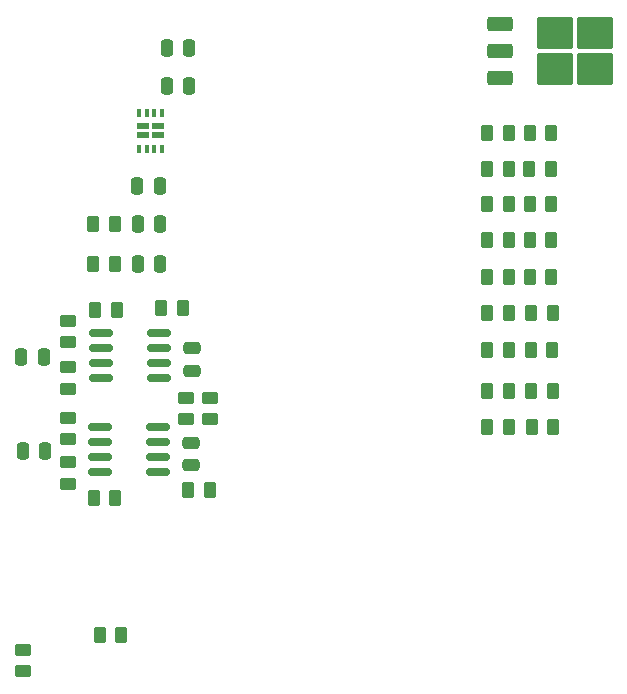
<source format=gbr>
%TF.GenerationSoftware,KiCad,Pcbnew,8.0.5*%
%TF.CreationDate,2025-02-16T14:39:50-08:00*%
%TF.ProjectId,ccm,63636d2e-6b69-4636-9164-5f7063625858,rev?*%
%TF.SameCoordinates,Original*%
%TF.FileFunction,Paste,Top*%
%TF.FilePolarity,Positive*%
%FSLAX46Y46*%
G04 Gerber Fmt 4.6, Leading zero omitted, Abs format (unit mm)*
G04 Created by KiCad (PCBNEW 8.0.5) date 2025-02-16 14:39:50*
%MOMM*%
%LPD*%
G01*
G04 APERTURE LIST*
G04 Aperture macros list*
%AMRoundRect*
0 Rectangle with rounded corners*
0 $1 Rounding radius*
0 $2 $3 $4 $5 $6 $7 $8 $9 X,Y pos of 4 corners*
0 Add a 4 corners polygon primitive as box body*
4,1,4,$2,$3,$4,$5,$6,$7,$8,$9,$2,$3,0*
0 Add four circle primitives for the rounded corners*
1,1,$1+$1,$2,$3*
1,1,$1+$1,$4,$5*
1,1,$1+$1,$6,$7*
1,1,$1+$1,$8,$9*
0 Add four rect primitives between the rounded corners*
20,1,$1+$1,$2,$3,$4,$5,0*
20,1,$1+$1,$4,$5,$6,$7,0*
20,1,$1+$1,$6,$7,$8,$9,0*
20,1,$1+$1,$8,$9,$2,$3,0*%
G04 Aperture macros list end*
%ADD10RoundRect,0.250000X0.262500X0.450000X-0.262500X0.450000X-0.262500X-0.450000X0.262500X-0.450000X0*%
%ADD11RoundRect,0.150000X0.825000X0.150000X-0.825000X0.150000X-0.825000X-0.150000X0.825000X-0.150000X0*%
%ADD12RoundRect,0.250000X-0.262500X-0.450000X0.262500X-0.450000X0.262500X0.450000X-0.262500X0.450000X0*%
%ADD13RoundRect,0.250000X0.250000X0.475000X-0.250000X0.475000X-0.250000X-0.475000X0.250000X-0.475000X0*%
%ADD14RoundRect,0.250000X-0.450000X0.262500X-0.450000X-0.262500X0.450000X-0.262500X0.450000X0.262500X0*%
%ADD15RoundRect,0.250000X0.450000X-0.262500X0.450000X0.262500X-0.450000X0.262500X-0.450000X-0.262500X0*%
%ADD16RoundRect,0.250000X-0.250000X-0.475000X0.250000X-0.475000X0.250000X0.475000X-0.250000X0.475000X0*%
%ADD17RoundRect,0.250000X-0.850000X-0.350000X0.850000X-0.350000X0.850000X0.350000X-0.850000X0.350000X0*%
%ADD18RoundRect,0.250000X-1.275000X-1.125000X1.275000X-1.125000X1.275000X1.125000X-1.275000X1.125000X0*%
%ADD19R,1.000000X0.600000*%
%ADD20R,0.350000X0.650000*%
%ADD21RoundRect,0.250000X-0.475000X0.250000X-0.475000X-0.250000X0.475000X-0.250000X0.475000X0.250000X0*%
G04 APERTURE END LIST*
D10*
%TO.C,R28*%
X138412500Y-90800000D03*
X136587500Y-90800000D03*
%TD*%
%TO.C,R23*%
X169762500Y-100850000D03*
X167937500Y-100850000D03*
%TD*%
%TO.C,R17*%
X166012500Y-85000000D03*
X164187500Y-85000000D03*
%TD*%
%TO.C,R20*%
X169575000Y-79000000D03*
X167750000Y-79000000D03*
%TD*%
%TO.C,R12*%
X169725000Y-91200000D03*
X167900000Y-91200000D03*
%TD*%
%TO.C,R10*%
X169712500Y-94350000D03*
X167887500Y-94350000D03*
%TD*%
D11*
%TO.C,U3*%
X136400000Y-96710000D03*
X136400000Y-95440000D03*
X136400000Y-94170000D03*
X136400000Y-92900000D03*
X131450000Y-92900000D03*
X131450000Y-94170000D03*
X131450000Y-95440000D03*
X131450000Y-96710000D03*
%TD*%
D12*
%TO.C,R5*%
X131387500Y-118500000D03*
X133212500Y-118500000D03*
%TD*%
%TO.C,R30*%
X130887500Y-106900000D03*
X132712500Y-106900000D03*
%TD*%
D13*
%TO.C,C8*%
X138950000Y-68750000D03*
X137050000Y-68750000D03*
%TD*%
D14*
%TO.C,R27*%
X138700000Y-98387500D03*
X138700000Y-100212500D03*
%TD*%
D10*
%TO.C,R16*%
X169625000Y-85000000D03*
X167800000Y-85000000D03*
%TD*%
%TO.C,R24*%
X166025000Y-100850000D03*
X164200000Y-100850000D03*
%TD*%
D12*
%TO.C,R29*%
X130987500Y-91000000D03*
X132812500Y-91000000D03*
%TD*%
D10*
%TO.C,R7*%
X166025000Y-97850000D03*
X164200000Y-97850000D03*
%TD*%
D15*
%TO.C,R3*%
X128700000Y-97625000D03*
X128700000Y-95800000D03*
%TD*%
D16*
%TO.C,C7*%
X134550000Y-80500000D03*
X136450000Y-80500000D03*
%TD*%
D13*
%TO.C,C9*%
X138950000Y-72000000D03*
X137050000Y-72000000D03*
%TD*%
D10*
%TO.C,R14*%
X169612500Y-88150000D03*
X167787500Y-88150000D03*
%TD*%
D14*
%TO.C,R32*%
X140700000Y-98387500D03*
X140700000Y-100212500D03*
%TD*%
D10*
%TO.C,R11*%
X166012500Y-94350000D03*
X164187500Y-94350000D03*
%TD*%
D13*
%TO.C,C6*%
X126750000Y-102900000D03*
X124850000Y-102900000D03*
%TD*%
D15*
%TO.C,R25*%
X128700000Y-93712500D03*
X128700000Y-91887500D03*
%TD*%
D13*
%TO.C,C5*%
X126650000Y-94900000D03*
X124750000Y-94900000D03*
%TD*%
D17*
%TO.C,U5*%
X165300000Y-66732500D03*
X165300000Y-69012500D03*
D18*
X169925000Y-67487500D03*
X169925000Y-70537500D03*
X173275000Y-67487500D03*
X173275000Y-70537500D03*
D17*
X165300000Y-71292500D03*
%TD*%
D10*
%TO.C,R21*%
X166000000Y-79000000D03*
X164175000Y-79000000D03*
%TD*%
%TO.C,R31*%
X140712500Y-106200000D03*
X138887500Y-106200000D03*
%TD*%
%TO.C,R13*%
X166012500Y-91200000D03*
X164187500Y-91200000D03*
%TD*%
D16*
%TO.C,C3*%
X134600000Y-83700000D03*
X136500000Y-83700000D03*
%TD*%
D15*
%TO.C,R4*%
X128700000Y-105687500D03*
X128700000Y-103862500D03*
%TD*%
%TO.C,R26*%
X128700000Y-101900000D03*
X128700000Y-100075000D03*
%TD*%
D10*
%TO.C,R18*%
X169612500Y-81950000D03*
X167787500Y-81950000D03*
%TD*%
D14*
%TO.C,R22*%
X124900000Y-119737500D03*
X124900000Y-121562500D03*
%TD*%
D12*
%TO.C,R8*%
X130837500Y-83700000D03*
X132662500Y-83700000D03*
%TD*%
D11*
%TO.C,U4*%
X136350000Y-104710000D03*
X136350000Y-103440000D03*
X136350000Y-102170000D03*
X136350000Y-100900000D03*
X131400000Y-100900000D03*
X131400000Y-102170000D03*
X131400000Y-103440000D03*
X131400000Y-104710000D03*
%TD*%
D19*
%TO.C,U2*%
X135075000Y-76187500D03*
X136275000Y-76187500D03*
X135075000Y-75412500D03*
X136275000Y-75412500D03*
D20*
X134700000Y-77350000D03*
X135350000Y-77350000D03*
X136000000Y-77350000D03*
X136650000Y-77350000D03*
X136650000Y-74250000D03*
X136000000Y-74250000D03*
X135350000Y-74250000D03*
X134700000Y-74250000D03*
%TD*%
D10*
%TO.C,R15*%
X166000000Y-88150000D03*
X164175000Y-88150000D03*
%TD*%
%TO.C,R6*%
X169737500Y-97850000D03*
X167912500Y-97850000D03*
%TD*%
D21*
%TO.C,C1*%
X139200000Y-94200000D03*
X139200000Y-96100000D03*
%TD*%
D10*
%TO.C,R19*%
X166000000Y-81950000D03*
X164175000Y-81950000D03*
%TD*%
%TO.C,R1*%
X169600000Y-76000000D03*
X167775000Y-76000000D03*
%TD*%
D12*
%TO.C,R9*%
X130837500Y-87100000D03*
X132662500Y-87100000D03*
%TD*%
D16*
%TO.C,C4*%
X134600000Y-87100000D03*
X136500000Y-87100000D03*
%TD*%
D10*
%TO.C,R2*%
X166000000Y-76000000D03*
X164175000Y-76000000D03*
%TD*%
D21*
%TO.C,C2*%
X139100000Y-102200000D03*
X139100000Y-104100000D03*
%TD*%
M02*

</source>
